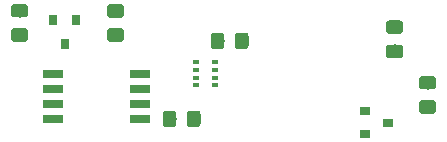
<source format=gbr>
G04 #@! TF.GenerationSoftware,KiCad,Pcbnew,(5.0.2)-1*
G04 #@! TF.CreationDate,2019-09-14T00:07:01-04:00*
G04 #@! TF.ProjectId,TARC Altimeter,54415243-2041-46c7-9469-6d657465722e,0.1*
G04 #@! TF.SameCoordinates,Original*
G04 #@! TF.FileFunction,Paste,Bot*
G04 #@! TF.FilePolarity,Positive*
%FSLAX46Y46*%
G04 Gerber Fmt 4.6, Leading zero omitted, Abs format (unit mm)*
G04 Created by KiCad (PCBNEW (5.0.2)-1) date 9/14/2019 12:07:01 AM*
%MOMM*%
%LPD*%
G01*
G04 APERTURE LIST*
%ADD10C,0.100000*%
%ADD11C,1.150000*%
%ADD12R,1.700000X0.650000*%
%ADD13R,0.900000X0.800000*%
%ADD14R,0.800000X0.900000*%
%ADD15R,0.500000X0.350000*%
G04 APERTURE END LIST*
D10*
G04 #@! TO.C,C3*
G36*
X137509505Y-100901204D02*
X137533773Y-100904804D01*
X137557572Y-100910765D01*
X137580671Y-100919030D01*
X137602850Y-100929520D01*
X137623893Y-100942132D01*
X137643599Y-100956747D01*
X137661777Y-100973223D01*
X137678253Y-100991401D01*
X137692868Y-101011107D01*
X137705480Y-101032150D01*
X137715970Y-101054329D01*
X137724235Y-101077428D01*
X137730196Y-101101227D01*
X137733796Y-101125495D01*
X137735000Y-101149999D01*
X137735000Y-102050001D01*
X137733796Y-102074505D01*
X137730196Y-102098773D01*
X137724235Y-102122572D01*
X137715970Y-102145671D01*
X137705480Y-102167850D01*
X137692868Y-102188893D01*
X137678253Y-102208599D01*
X137661777Y-102226777D01*
X137643599Y-102243253D01*
X137623893Y-102257868D01*
X137602850Y-102270480D01*
X137580671Y-102280970D01*
X137557572Y-102289235D01*
X137533773Y-102295196D01*
X137509505Y-102298796D01*
X137485001Y-102300000D01*
X136834999Y-102300000D01*
X136810495Y-102298796D01*
X136786227Y-102295196D01*
X136762428Y-102289235D01*
X136739329Y-102280970D01*
X136717150Y-102270480D01*
X136696107Y-102257868D01*
X136676401Y-102243253D01*
X136658223Y-102226777D01*
X136641747Y-102208599D01*
X136627132Y-102188893D01*
X136614520Y-102167850D01*
X136604030Y-102145671D01*
X136595765Y-102122572D01*
X136589804Y-102098773D01*
X136586204Y-102074505D01*
X136585000Y-102050001D01*
X136585000Y-101149999D01*
X136586204Y-101125495D01*
X136589804Y-101101227D01*
X136595765Y-101077428D01*
X136604030Y-101054329D01*
X136614520Y-101032150D01*
X136627132Y-101011107D01*
X136641747Y-100991401D01*
X136658223Y-100973223D01*
X136676401Y-100956747D01*
X136696107Y-100942132D01*
X136717150Y-100929520D01*
X136739329Y-100919030D01*
X136762428Y-100910765D01*
X136786227Y-100904804D01*
X136810495Y-100901204D01*
X136834999Y-100900000D01*
X137485001Y-100900000D01*
X137509505Y-100901204D01*
X137509505Y-100901204D01*
G37*
D11*
X137160000Y-101600000D03*
D10*
G36*
X139559505Y-100901204D02*
X139583773Y-100904804D01*
X139607572Y-100910765D01*
X139630671Y-100919030D01*
X139652850Y-100929520D01*
X139673893Y-100942132D01*
X139693599Y-100956747D01*
X139711777Y-100973223D01*
X139728253Y-100991401D01*
X139742868Y-101011107D01*
X139755480Y-101032150D01*
X139765970Y-101054329D01*
X139774235Y-101077428D01*
X139780196Y-101101227D01*
X139783796Y-101125495D01*
X139785000Y-101149999D01*
X139785000Y-102050001D01*
X139783796Y-102074505D01*
X139780196Y-102098773D01*
X139774235Y-102122572D01*
X139765970Y-102145671D01*
X139755480Y-102167850D01*
X139742868Y-102188893D01*
X139728253Y-102208599D01*
X139711777Y-102226777D01*
X139693599Y-102243253D01*
X139673893Y-102257868D01*
X139652850Y-102270480D01*
X139630671Y-102280970D01*
X139607572Y-102289235D01*
X139583773Y-102295196D01*
X139559505Y-102298796D01*
X139535001Y-102300000D01*
X138884999Y-102300000D01*
X138860495Y-102298796D01*
X138836227Y-102295196D01*
X138812428Y-102289235D01*
X138789329Y-102280970D01*
X138767150Y-102270480D01*
X138746107Y-102257868D01*
X138726401Y-102243253D01*
X138708223Y-102226777D01*
X138691747Y-102208599D01*
X138677132Y-102188893D01*
X138664520Y-102167850D01*
X138654030Y-102145671D01*
X138645765Y-102122572D01*
X138639804Y-102098773D01*
X138636204Y-102074505D01*
X138635000Y-102050001D01*
X138635000Y-101149999D01*
X138636204Y-101125495D01*
X138639804Y-101101227D01*
X138645765Y-101077428D01*
X138654030Y-101054329D01*
X138664520Y-101032150D01*
X138677132Y-101011107D01*
X138691747Y-100991401D01*
X138708223Y-100973223D01*
X138726401Y-100956747D01*
X138746107Y-100942132D01*
X138767150Y-100929520D01*
X138789329Y-100919030D01*
X138812428Y-100910765D01*
X138836227Y-100904804D01*
X138860495Y-100901204D01*
X138884999Y-100900000D01*
X139535001Y-100900000D01*
X139559505Y-100901204D01*
X139559505Y-100901204D01*
G37*
D11*
X139210000Y-101600000D03*
G04 #@! TD*
D12*
G04 #@! TO.C,U2*
X127320000Y-101600000D03*
X127320000Y-100330000D03*
X127320000Y-99060000D03*
X127320000Y-97790000D03*
X134620000Y-97790000D03*
X134620000Y-99060000D03*
X134620000Y-100330000D03*
X134620000Y-101600000D03*
G04 #@! TD*
D10*
G04 #@! TO.C,C2*
G36*
X141573505Y-94297204D02*
X141597773Y-94300804D01*
X141621572Y-94306765D01*
X141644671Y-94315030D01*
X141666850Y-94325520D01*
X141687893Y-94338132D01*
X141707599Y-94352747D01*
X141725777Y-94369223D01*
X141742253Y-94387401D01*
X141756868Y-94407107D01*
X141769480Y-94428150D01*
X141779970Y-94450329D01*
X141788235Y-94473428D01*
X141794196Y-94497227D01*
X141797796Y-94521495D01*
X141799000Y-94545999D01*
X141799000Y-95446001D01*
X141797796Y-95470505D01*
X141794196Y-95494773D01*
X141788235Y-95518572D01*
X141779970Y-95541671D01*
X141769480Y-95563850D01*
X141756868Y-95584893D01*
X141742253Y-95604599D01*
X141725777Y-95622777D01*
X141707599Y-95639253D01*
X141687893Y-95653868D01*
X141666850Y-95666480D01*
X141644671Y-95676970D01*
X141621572Y-95685235D01*
X141597773Y-95691196D01*
X141573505Y-95694796D01*
X141549001Y-95696000D01*
X140898999Y-95696000D01*
X140874495Y-95694796D01*
X140850227Y-95691196D01*
X140826428Y-95685235D01*
X140803329Y-95676970D01*
X140781150Y-95666480D01*
X140760107Y-95653868D01*
X140740401Y-95639253D01*
X140722223Y-95622777D01*
X140705747Y-95604599D01*
X140691132Y-95584893D01*
X140678520Y-95563850D01*
X140668030Y-95541671D01*
X140659765Y-95518572D01*
X140653804Y-95494773D01*
X140650204Y-95470505D01*
X140649000Y-95446001D01*
X140649000Y-94545999D01*
X140650204Y-94521495D01*
X140653804Y-94497227D01*
X140659765Y-94473428D01*
X140668030Y-94450329D01*
X140678520Y-94428150D01*
X140691132Y-94407107D01*
X140705747Y-94387401D01*
X140722223Y-94369223D01*
X140740401Y-94352747D01*
X140760107Y-94338132D01*
X140781150Y-94325520D01*
X140803329Y-94315030D01*
X140826428Y-94306765D01*
X140850227Y-94300804D01*
X140874495Y-94297204D01*
X140898999Y-94296000D01*
X141549001Y-94296000D01*
X141573505Y-94297204D01*
X141573505Y-94297204D01*
G37*
D11*
X141224000Y-94996000D03*
D10*
G36*
X143623505Y-94297204D02*
X143647773Y-94300804D01*
X143671572Y-94306765D01*
X143694671Y-94315030D01*
X143716850Y-94325520D01*
X143737893Y-94338132D01*
X143757599Y-94352747D01*
X143775777Y-94369223D01*
X143792253Y-94387401D01*
X143806868Y-94407107D01*
X143819480Y-94428150D01*
X143829970Y-94450329D01*
X143838235Y-94473428D01*
X143844196Y-94497227D01*
X143847796Y-94521495D01*
X143849000Y-94545999D01*
X143849000Y-95446001D01*
X143847796Y-95470505D01*
X143844196Y-95494773D01*
X143838235Y-95518572D01*
X143829970Y-95541671D01*
X143819480Y-95563850D01*
X143806868Y-95584893D01*
X143792253Y-95604599D01*
X143775777Y-95622777D01*
X143757599Y-95639253D01*
X143737893Y-95653868D01*
X143716850Y-95666480D01*
X143694671Y-95676970D01*
X143671572Y-95685235D01*
X143647773Y-95691196D01*
X143623505Y-95694796D01*
X143599001Y-95696000D01*
X142948999Y-95696000D01*
X142924495Y-95694796D01*
X142900227Y-95691196D01*
X142876428Y-95685235D01*
X142853329Y-95676970D01*
X142831150Y-95666480D01*
X142810107Y-95653868D01*
X142790401Y-95639253D01*
X142772223Y-95622777D01*
X142755747Y-95604599D01*
X142741132Y-95584893D01*
X142728520Y-95563850D01*
X142718030Y-95541671D01*
X142709765Y-95518572D01*
X142703804Y-95494773D01*
X142700204Y-95470505D01*
X142699000Y-95446001D01*
X142699000Y-94545999D01*
X142700204Y-94521495D01*
X142703804Y-94497227D01*
X142709765Y-94473428D01*
X142718030Y-94450329D01*
X142728520Y-94428150D01*
X142741132Y-94407107D01*
X142755747Y-94387401D01*
X142772223Y-94369223D01*
X142790401Y-94352747D01*
X142810107Y-94338132D01*
X142831150Y-94325520D01*
X142853329Y-94315030D01*
X142876428Y-94306765D01*
X142900227Y-94300804D01*
X142924495Y-94297204D01*
X142948999Y-94296000D01*
X143599001Y-94296000D01*
X143623505Y-94297204D01*
X143623505Y-94297204D01*
G37*
D11*
X143274000Y-94996000D03*
G04 #@! TD*
D10*
G04 #@! TO.C,C5*
G36*
X124934505Y-93914204D02*
X124958773Y-93917804D01*
X124982572Y-93923765D01*
X125005671Y-93932030D01*
X125027850Y-93942520D01*
X125048893Y-93955132D01*
X125068599Y-93969747D01*
X125086777Y-93986223D01*
X125103253Y-94004401D01*
X125117868Y-94024107D01*
X125130480Y-94045150D01*
X125140970Y-94067329D01*
X125149235Y-94090428D01*
X125155196Y-94114227D01*
X125158796Y-94138495D01*
X125160000Y-94162999D01*
X125160000Y-94813001D01*
X125158796Y-94837505D01*
X125155196Y-94861773D01*
X125149235Y-94885572D01*
X125140970Y-94908671D01*
X125130480Y-94930850D01*
X125117868Y-94951893D01*
X125103253Y-94971599D01*
X125086777Y-94989777D01*
X125068599Y-95006253D01*
X125048893Y-95020868D01*
X125027850Y-95033480D01*
X125005671Y-95043970D01*
X124982572Y-95052235D01*
X124958773Y-95058196D01*
X124934505Y-95061796D01*
X124910001Y-95063000D01*
X124009999Y-95063000D01*
X123985495Y-95061796D01*
X123961227Y-95058196D01*
X123937428Y-95052235D01*
X123914329Y-95043970D01*
X123892150Y-95033480D01*
X123871107Y-95020868D01*
X123851401Y-95006253D01*
X123833223Y-94989777D01*
X123816747Y-94971599D01*
X123802132Y-94951893D01*
X123789520Y-94930850D01*
X123779030Y-94908671D01*
X123770765Y-94885572D01*
X123764804Y-94861773D01*
X123761204Y-94837505D01*
X123760000Y-94813001D01*
X123760000Y-94162999D01*
X123761204Y-94138495D01*
X123764804Y-94114227D01*
X123770765Y-94090428D01*
X123779030Y-94067329D01*
X123789520Y-94045150D01*
X123802132Y-94024107D01*
X123816747Y-94004401D01*
X123833223Y-93986223D01*
X123851401Y-93969747D01*
X123871107Y-93955132D01*
X123892150Y-93942520D01*
X123914329Y-93932030D01*
X123937428Y-93923765D01*
X123961227Y-93917804D01*
X123985495Y-93914204D01*
X124009999Y-93913000D01*
X124910001Y-93913000D01*
X124934505Y-93914204D01*
X124934505Y-93914204D01*
G37*
D11*
X124460000Y-94488000D03*
D10*
G36*
X124934505Y-91864204D02*
X124958773Y-91867804D01*
X124982572Y-91873765D01*
X125005671Y-91882030D01*
X125027850Y-91892520D01*
X125048893Y-91905132D01*
X125068599Y-91919747D01*
X125086777Y-91936223D01*
X125103253Y-91954401D01*
X125117868Y-91974107D01*
X125130480Y-91995150D01*
X125140970Y-92017329D01*
X125149235Y-92040428D01*
X125155196Y-92064227D01*
X125158796Y-92088495D01*
X125160000Y-92112999D01*
X125160000Y-92763001D01*
X125158796Y-92787505D01*
X125155196Y-92811773D01*
X125149235Y-92835572D01*
X125140970Y-92858671D01*
X125130480Y-92880850D01*
X125117868Y-92901893D01*
X125103253Y-92921599D01*
X125086777Y-92939777D01*
X125068599Y-92956253D01*
X125048893Y-92970868D01*
X125027850Y-92983480D01*
X125005671Y-92993970D01*
X124982572Y-93002235D01*
X124958773Y-93008196D01*
X124934505Y-93011796D01*
X124910001Y-93013000D01*
X124009999Y-93013000D01*
X123985495Y-93011796D01*
X123961227Y-93008196D01*
X123937428Y-93002235D01*
X123914329Y-92993970D01*
X123892150Y-92983480D01*
X123871107Y-92970868D01*
X123851401Y-92956253D01*
X123833223Y-92939777D01*
X123816747Y-92921599D01*
X123802132Y-92901893D01*
X123789520Y-92880850D01*
X123779030Y-92858671D01*
X123770765Y-92835572D01*
X123764804Y-92811773D01*
X123761204Y-92787505D01*
X123760000Y-92763001D01*
X123760000Y-92112999D01*
X123761204Y-92088495D01*
X123764804Y-92064227D01*
X123770765Y-92040428D01*
X123779030Y-92017329D01*
X123789520Y-91995150D01*
X123802132Y-91974107D01*
X123816747Y-91954401D01*
X123833223Y-91936223D01*
X123851401Y-91919747D01*
X123871107Y-91905132D01*
X123892150Y-91892520D01*
X123914329Y-91882030D01*
X123937428Y-91873765D01*
X123961227Y-91867804D01*
X123985495Y-91864204D01*
X124009999Y-91863000D01*
X124910001Y-91863000D01*
X124934505Y-91864204D01*
X124934505Y-91864204D01*
G37*
D11*
X124460000Y-92438000D03*
G04 #@! TD*
D10*
G04 #@! TO.C,C6*
G36*
X133062505Y-91882204D02*
X133086773Y-91885804D01*
X133110572Y-91891765D01*
X133133671Y-91900030D01*
X133155850Y-91910520D01*
X133176893Y-91923132D01*
X133196599Y-91937747D01*
X133214777Y-91954223D01*
X133231253Y-91972401D01*
X133245868Y-91992107D01*
X133258480Y-92013150D01*
X133268970Y-92035329D01*
X133277235Y-92058428D01*
X133283196Y-92082227D01*
X133286796Y-92106495D01*
X133288000Y-92130999D01*
X133288000Y-92781001D01*
X133286796Y-92805505D01*
X133283196Y-92829773D01*
X133277235Y-92853572D01*
X133268970Y-92876671D01*
X133258480Y-92898850D01*
X133245868Y-92919893D01*
X133231253Y-92939599D01*
X133214777Y-92957777D01*
X133196599Y-92974253D01*
X133176893Y-92988868D01*
X133155850Y-93001480D01*
X133133671Y-93011970D01*
X133110572Y-93020235D01*
X133086773Y-93026196D01*
X133062505Y-93029796D01*
X133038001Y-93031000D01*
X132137999Y-93031000D01*
X132113495Y-93029796D01*
X132089227Y-93026196D01*
X132065428Y-93020235D01*
X132042329Y-93011970D01*
X132020150Y-93001480D01*
X131999107Y-92988868D01*
X131979401Y-92974253D01*
X131961223Y-92957777D01*
X131944747Y-92939599D01*
X131930132Y-92919893D01*
X131917520Y-92898850D01*
X131907030Y-92876671D01*
X131898765Y-92853572D01*
X131892804Y-92829773D01*
X131889204Y-92805505D01*
X131888000Y-92781001D01*
X131888000Y-92130999D01*
X131889204Y-92106495D01*
X131892804Y-92082227D01*
X131898765Y-92058428D01*
X131907030Y-92035329D01*
X131917520Y-92013150D01*
X131930132Y-91992107D01*
X131944747Y-91972401D01*
X131961223Y-91954223D01*
X131979401Y-91937747D01*
X131999107Y-91923132D01*
X132020150Y-91910520D01*
X132042329Y-91900030D01*
X132065428Y-91891765D01*
X132089227Y-91885804D01*
X132113495Y-91882204D01*
X132137999Y-91881000D01*
X133038001Y-91881000D01*
X133062505Y-91882204D01*
X133062505Y-91882204D01*
G37*
D11*
X132588000Y-92456000D03*
D10*
G36*
X133062505Y-93932204D02*
X133086773Y-93935804D01*
X133110572Y-93941765D01*
X133133671Y-93950030D01*
X133155850Y-93960520D01*
X133176893Y-93973132D01*
X133196599Y-93987747D01*
X133214777Y-94004223D01*
X133231253Y-94022401D01*
X133245868Y-94042107D01*
X133258480Y-94063150D01*
X133268970Y-94085329D01*
X133277235Y-94108428D01*
X133283196Y-94132227D01*
X133286796Y-94156495D01*
X133288000Y-94180999D01*
X133288000Y-94831001D01*
X133286796Y-94855505D01*
X133283196Y-94879773D01*
X133277235Y-94903572D01*
X133268970Y-94926671D01*
X133258480Y-94948850D01*
X133245868Y-94969893D01*
X133231253Y-94989599D01*
X133214777Y-95007777D01*
X133196599Y-95024253D01*
X133176893Y-95038868D01*
X133155850Y-95051480D01*
X133133671Y-95061970D01*
X133110572Y-95070235D01*
X133086773Y-95076196D01*
X133062505Y-95079796D01*
X133038001Y-95081000D01*
X132137999Y-95081000D01*
X132113495Y-95079796D01*
X132089227Y-95076196D01*
X132065428Y-95070235D01*
X132042329Y-95061970D01*
X132020150Y-95051480D01*
X131999107Y-95038868D01*
X131979401Y-95024253D01*
X131961223Y-95007777D01*
X131944747Y-94989599D01*
X131930132Y-94969893D01*
X131917520Y-94948850D01*
X131907030Y-94926671D01*
X131898765Y-94903572D01*
X131892804Y-94879773D01*
X131889204Y-94855505D01*
X131888000Y-94831001D01*
X131888000Y-94180999D01*
X131889204Y-94156495D01*
X131892804Y-94132227D01*
X131898765Y-94108428D01*
X131907030Y-94085329D01*
X131917520Y-94063150D01*
X131930132Y-94042107D01*
X131944747Y-94022401D01*
X131961223Y-94004223D01*
X131979401Y-93987747D01*
X131999107Y-93973132D01*
X132020150Y-93960520D01*
X132042329Y-93950030D01*
X132065428Y-93941765D01*
X132089227Y-93935804D01*
X132113495Y-93932204D01*
X132137999Y-93931000D01*
X133038001Y-93931000D01*
X133062505Y-93932204D01*
X133062505Y-93932204D01*
G37*
D11*
X132588000Y-94506000D03*
G04 #@! TD*
D13*
G04 #@! TO.C,Q1*
X153670000Y-102870000D03*
X153670000Y-100970000D03*
X155670000Y-101920000D03*
G04 #@! TD*
D10*
G04 #@! TO.C,R1*
G36*
X156684505Y-93261204D02*
X156708773Y-93264804D01*
X156732572Y-93270765D01*
X156755671Y-93279030D01*
X156777850Y-93289520D01*
X156798893Y-93302132D01*
X156818599Y-93316747D01*
X156836777Y-93333223D01*
X156853253Y-93351401D01*
X156867868Y-93371107D01*
X156880480Y-93392150D01*
X156890970Y-93414329D01*
X156899235Y-93437428D01*
X156905196Y-93461227D01*
X156908796Y-93485495D01*
X156910000Y-93509999D01*
X156910000Y-94160001D01*
X156908796Y-94184505D01*
X156905196Y-94208773D01*
X156899235Y-94232572D01*
X156890970Y-94255671D01*
X156880480Y-94277850D01*
X156867868Y-94298893D01*
X156853253Y-94318599D01*
X156836777Y-94336777D01*
X156818599Y-94353253D01*
X156798893Y-94367868D01*
X156777850Y-94380480D01*
X156755671Y-94390970D01*
X156732572Y-94399235D01*
X156708773Y-94405196D01*
X156684505Y-94408796D01*
X156660001Y-94410000D01*
X155759999Y-94410000D01*
X155735495Y-94408796D01*
X155711227Y-94405196D01*
X155687428Y-94399235D01*
X155664329Y-94390970D01*
X155642150Y-94380480D01*
X155621107Y-94367868D01*
X155601401Y-94353253D01*
X155583223Y-94336777D01*
X155566747Y-94318599D01*
X155552132Y-94298893D01*
X155539520Y-94277850D01*
X155529030Y-94255671D01*
X155520765Y-94232572D01*
X155514804Y-94208773D01*
X155511204Y-94184505D01*
X155510000Y-94160001D01*
X155510000Y-93509999D01*
X155511204Y-93485495D01*
X155514804Y-93461227D01*
X155520765Y-93437428D01*
X155529030Y-93414329D01*
X155539520Y-93392150D01*
X155552132Y-93371107D01*
X155566747Y-93351401D01*
X155583223Y-93333223D01*
X155601401Y-93316747D01*
X155621107Y-93302132D01*
X155642150Y-93289520D01*
X155664329Y-93279030D01*
X155687428Y-93270765D01*
X155711227Y-93264804D01*
X155735495Y-93261204D01*
X155759999Y-93260000D01*
X156660001Y-93260000D01*
X156684505Y-93261204D01*
X156684505Y-93261204D01*
G37*
D11*
X156210000Y-93835000D03*
D10*
G36*
X156684505Y-95311204D02*
X156708773Y-95314804D01*
X156732572Y-95320765D01*
X156755671Y-95329030D01*
X156777850Y-95339520D01*
X156798893Y-95352132D01*
X156818599Y-95366747D01*
X156836777Y-95383223D01*
X156853253Y-95401401D01*
X156867868Y-95421107D01*
X156880480Y-95442150D01*
X156890970Y-95464329D01*
X156899235Y-95487428D01*
X156905196Y-95511227D01*
X156908796Y-95535495D01*
X156910000Y-95559999D01*
X156910000Y-96210001D01*
X156908796Y-96234505D01*
X156905196Y-96258773D01*
X156899235Y-96282572D01*
X156890970Y-96305671D01*
X156880480Y-96327850D01*
X156867868Y-96348893D01*
X156853253Y-96368599D01*
X156836777Y-96386777D01*
X156818599Y-96403253D01*
X156798893Y-96417868D01*
X156777850Y-96430480D01*
X156755671Y-96440970D01*
X156732572Y-96449235D01*
X156708773Y-96455196D01*
X156684505Y-96458796D01*
X156660001Y-96460000D01*
X155759999Y-96460000D01*
X155735495Y-96458796D01*
X155711227Y-96455196D01*
X155687428Y-96449235D01*
X155664329Y-96440970D01*
X155642150Y-96430480D01*
X155621107Y-96417868D01*
X155601401Y-96403253D01*
X155583223Y-96386777D01*
X155566747Y-96368599D01*
X155552132Y-96348893D01*
X155539520Y-96327850D01*
X155529030Y-96305671D01*
X155520765Y-96282572D01*
X155514804Y-96258773D01*
X155511204Y-96234505D01*
X155510000Y-96210001D01*
X155510000Y-95559999D01*
X155511204Y-95535495D01*
X155514804Y-95511227D01*
X155520765Y-95487428D01*
X155529030Y-95464329D01*
X155539520Y-95442150D01*
X155552132Y-95421107D01*
X155566747Y-95401401D01*
X155583223Y-95383223D01*
X155601401Y-95366747D01*
X155621107Y-95352132D01*
X155642150Y-95339520D01*
X155664329Y-95329030D01*
X155687428Y-95320765D01*
X155711227Y-95314804D01*
X155735495Y-95311204D01*
X155759999Y-95310000D01*
X156660001Y-95310000D01*
X156684505Y-95311204D01*
X156684505Y-95311204D01*
G37*
D11*
X156210000Y-95885000D03*
G04 #@! TD*
D14*
G04 #@! TO.C,U3*
X127320000Y-93250000D03*
X129220000Y-93250000D03*
X128270000Y-95250000D03*
G04 #@! TD*
D15*
G04 #@! TO.C,U4*
X139370000Y-96815000D03*
X140970000Y-98765000D03*
X140970000Y-98115000D03*
X140970000Y-97465000D03*
X139370000Y-98765000D03*
X139370000Y-98115000D03*
X139370000Y-97465000D03*
X140970000Y-96815000D03*
G04 #@! TD*
D10*
G04 #@! TO.C,D1*
G36*
X159478505Y-97960204D02*
X159502773Y-97963804D01*
X159526572Y-97969765D01*
X159549671Y-97978030D01*
X159571850Y-97988520D01*
X159592893Y-98001132D01*
X159612599Y-98015747D01*
X159630777Y-98032223D01*
X159647253Y-98050401D01*
X159661868Y-98070107D01*
X159674480Y-98091150D01*
X159684970Y-98113329D01*
X159693235Y-98136428D01*
X159699196Y-98160227D01*
X159702796Y-98184495D01*
X159704000Y-98208999D01*
X159704000Y-98859001D01*
X159702796Y-98883505D01*
X159699196Y-98907773D01*
X159693235Y-98931572D01*
X159684970Y-98954671D01*
X159674480Y-98976850D01*
X159661868Y-98997893D01*
X159647253Y-99017599D01*
X159630777Y-99035777D01*
X159612599Y-99052253D01*
X159592893Y-99066868D01*
X159571850Y-99079480D01*
X159549671Y-99089970D01*
X159526572Y-99098235D01*
X159502773Y-99104196D01*
X159478505Y-99107796D01*
X159454001Y-99109000D01*
X158553999Y-99109000D01*
X158529495Y-99107796D01*
X158505227Y-99104196D01*
X158481428Y-99098235D01*
X158458329Y-99089970D01*
X158436150Y-99079480D01*
X158415107Y-99066868D01*
X158395401Y-99052253D01*
X158377223Y-99035777D01*
X158360747Y-99017599D01*
X158346132Y-98997893D01*
X158333520Y-98976850D01*
X158323030Y-98954671D01*
X158314765Y-98931572D01*
X158308804Y-98907773D01*
X158305204Y-98883505D01*
X158304000Y-98859001D01*
X158304000Y-98208999D01*
X158305204Y-98184495D01*
X158308804Y-98160227D01*
X158314765Y-98136428D01*
X158323030Y-98113329D01*
X158333520Y-98091150D01*
X158346132Y-98070107D01*
X158360747Y-98050401D01*
X158377223Y-98032223D01*
X158395401Y-98015747D01*
X158415107Y-98001132D01*
X158436150Y-97988520D01*
X158458329Y-97978030D01*
X158481428Y-97969765D01*
X158505227Y-97963804D01*
X158529495Y-97960204D01*
X158553999Y-97959000D01*
X159454001Y-97959000D01*
X159478505Y-97960204D01*
X159478505Y-97960204D01*
G37*
D11*
X159004000Y-98534000D03*
D10*
G36*
X159478505Y-100010204D02*
X159502773Y-100013804D01*
X159526572Y-100019765D01*
X159549671Y-100028030D01*
X159571850Y-100038520D01*
X159592893Y-100051132D01*
X159612599Y-100065747D01*
X159630777Y-100082223D01*
X159647253Y-100100401D01*
X159661868Y-100120107D01*
X159674480Y-100141150D01*
X159684970Y-100163329D01*
X159693235Y-100186428D01*
X159699196Y-100210227D01*
X159702796Y-100234495D01*
X159704000Y-100258999D01*
X159704000Y-100909001D01*
X159702796Y-100933505D01*
X159699196Y-100957773D01*
X159693235Y-100981572D01*
X159684970Y-101004671D01*
X159674480Y-101026850D01*
X159661868Y-101047893D01*
X159647253Y-101067599D01*
X159630777Y-101085777D01*
X159612599Y-101102253D01*
X159592893Y-101116868D01*
X159571850Y-101129480D01*
X159549671Y-101139970D01*
X159526572Y-101148235D01*
X159502773Y-101154196D01*
X159478505Y-101157796D01*
X159454001Y-101159000D01*
X158553999Y-101159000D01*
X158529495Y-101157796D01*
X158505227Y-101154196D01*
X158481428Y-101148235D01*
X158458329Y-101139970D01*
X158436150Y-101129480D01*
X158415107Y-101116868D01*
X158395401Y-101102253D01*
X158377223Y-101085777D01*
X158360747Y-101067599D01*
X158346132Y-101047893D01*
X158333520Y-101026850D01*
X158323030Y-101004671D01*
X158314765Y-100981572D01*
X158308804Y-100957773D01*
X158305204Y-100933505D01*
X158304000Y-100909001D01*
X158304000Y-100258999D01*
X158305204Y-100234495D01*
X158308804Y-100210227D01*
X158314765Y-100186428D01*
X158323030Y-100163329D01*
X158333520Y-100141150D01*
X158346132Y-100120107D01*
X158360747Y-100100401D01*
X158377223Y-100082223D01*
X158395401Y-100065747D01*
X158415107Y-100051132D01*
X158436150Y-100038520D01*
X158458329Y-100028030D01*
X158481428Y-100019765D01*
X158505227Y-100013804D01*
X158529495Y-100010204D01*
X158553999Y-100009000D01*
X159454001Y-100009000D01*
X159478505Y-100010204D01*
X159478505Y-100010204D01*
G37*
D11*
X159004000Y-100584000D03*
G04 #@! TD*
M02*

</source>
